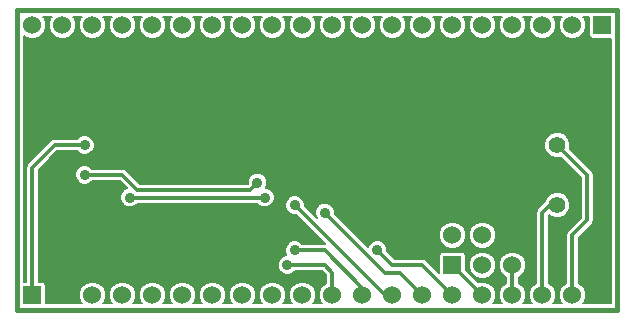
<source format=gbl>
G04 (created by PCBNEW (2013-03-31 BZR 4008)-stable) date 26.01.2014 00:59:22*
%MOIN*%
G04 Gerber Fmt 3.4, Leading zero omitted, Abs format*
%FSLAX34Y34*%
G01*
G70*
G90*
G04 APERTURE LIST*
%ADD10C,2.3622e-006*%
%ADD11C,0.015*%
%ADD12R,0.06X0.06*%
%ADD13C,0.06*%
%ADD14C,0.056*%
%ADD15C,0.035*%
%ADD16C,0.0118*%
%ADD17C,0.0063*%
G04 APERTURE END LIST*
G54D10*
G54D11*
X14000Y-19500D02*
X34000Y-19500D01*
X14000Y-29500D02*
X14000Y-19500D01*
X34000Y-29500D02*
X14000Y-29500D01*
X34000Y-19500D02*
X34000Y-29500D01*
G54D12*
X28500Y-28000D03*
G54D13*
X28500Y-27000D03*
X29500Y-28000D03*
X29500Y-27000D03*
X30500Y-28000D03*
X30500Y-27000D03*
G54D12*
X33500Y-20000D03*
G54D13*
X28500Y-20000D03*
X27500Y-20000D03*
X26500Y-20000D03*
X25500Y-20000D03*
X24500Y-20000D03*
X23500Y-20000D03*
X22500Y-20000D03*
X21500Y-20000D03*
X20500Y-20000D03*
X19500Y-20000D03*
X18500Y-20000D03*
X17500Y-20000D03*
X16500Y-20000D03*
X15500Y-20000D03*
X32500Y-20000D03*
X31500Y-20000D03*
X30500Y-20000D03*
X29500Y-20000D03*
X14500Y-20000D03*
G54D12*
X14500Y-29000D03*
G54D13*
X19500Y-29000D03*
X20500Y-29000D03*
X21500Y-29000D03*
X22500Y-29000D03*
X23500Y-29000D03*
X24500Y-29000D03*
X25500Y-29000D03*
X26500Y-29000D03*
X27500Y-29000D03*
X28500Y-29000D03*
X29500Y-29000D03*
X30500Y-29000D03*
X31500Y-29000D03*
X32500Y-29000D03*
X15500Y-29000D03*
X16500Y-29000D03*
X17500Y-29000D03*
X18500Y-29000D03*
X33500Y-29000D03*
G54D14*
X32000Y-24000D03*
X32000Y-26000D03*
G54D15*
X16250Y-24994D03*
X22000Y-25250D03*
X22250Y-25750D03*
X17750Y-25750D03*
X23000Y-28000D03*
X23250Y-27500D03*
X23250Y-26000D03*
X24250Y-26250D03*
X26000Y-27500D03*
X16250Y-25900D03*
X23650Y-25600D03*
X22350Y-22950D03*
X26900Y-21600D03*
X14850Y-22850D03*
X18250Y-25000D03*
X21500Y-24500D03*
X33500Y-23500D03*
X24500Y-24750D03*
X30500Y-24000D03*
X16250Y-24000D03*
G54D16*
X18250Y-25500D02*
X18000Y-25500D01*
X18250Y-25500D02*
X21750Y-25500D01*
X21750Y-25500D02*
X22000Y-25250D01*
X17494Y-24994D02*
X16250Y-24994D01*
X18000Y-25500D02*
X17494Y-24994D01*
X17750Y-25750D02*
X22250Y-25750D01*
X24500Y-28250D02*
X24250Y-28000D01*
X24250Y-28000D02*
X23000Y-28000D01*
X24500Y-29000D02*
X24500Y-28250D01*
X28500Y-28000D02*
X29500Y-29000D01*
X25500Y-28750D02*
X25500Y-29000D01*
X24250Y-27500D02*
X25500Y-28750D01*
X23250Y-27500D02*
X24250Y-27500D01*
X26500Y-29000D02*
X26250Y-29000D01*
X26250Y-29000D02*
X23250Y-26000D01*
X25500Y-27500D02*
X26250Y-28250D01*
X24250Y-26250D02*
X25500Y-27500D01*
X26250Y-28250D02*
X26750Y-28250D01*
X26750Y-28250D02*
X27500Y-29000D01*
X26500Y-28000D02*
X27500Y-28000D01*
X27500Y-28000D02*
X28500Y-29000D01*
X26000Y-27500D02*
X26500Y-28000D01*
X31500Y-26250D02*
X31500Y-29000D01*
X32000Y-26000D02*
X31750Y-26000D01*
X31750Y-26000D02*
X31500Y-26250D01*
X33000Y-25000D02*
X32000Y-24000D01*
X32500Y-27000D02*
X33000Y-26500D01*
X33000Y-26500D02*
X33000Y-25000D01*
X32500Y-29000D02*
X32500Y-27000D01*
X30500Y-28000D02*
X30500Y-29000D01*
X16250Y-25900D02*
X16300Y-25900D01*
X14500Y-26250D02*
X14500Y-24750D01*
X14500Y-24750D02*
X15250Y-24000D01*
X15250Y-24000D02*
X16250Y-24000D01*
X14500Y-29000D02*
X14500Y-26250D01*
G54D10*
G36*
X33775Y-29275D02*
X32860Y-29275D01*
X32880Y-29254D01*
X32949Y-29089D01*
X32949Y-28910D01*
X32881Y-28745D01*
X32754Y-28619D01*
X32708Y-28599D01*
X32708Y-27086D01*
X33147Y-26647D01*
X33192Y-26579D01*
X33208Y-26500D01*
X33208Y-25000D01*
X33192Y-24920D01*
X33192Y-24920D01*
X33174Y-24893D01*
X33147Y-24852D01*
X33147Y-24852D01*
X32415Y-24120D01*
X32429Y-24085D01*
X32429Y-23914D01*
X32364Y-23757D01*
X32243Y-23636D01*
X32085Y-23570D01*
X31914Y-23570D01*
X31757Y-23635D01*
X31636Y-23756D01*
X31570Y-23914D01*
X31570Y-24085D01*
X31635Y-24242D01*
X31756Y-24363D01*
X31914Y-24429D01*
X32085Y-24429D01*
X32120Y-24415D01*
X32791Y-25086D01*
X32791Y-26413D01*
X32352Y-26852D01*
X32307Y-26920D01*
X32291Y-27000D01*
X32291Y-28599D01*
X32245Y-28618D01*
X32119Y-28745D01*
X32050Y-28910D01*
X32050Y-29089D01*
X32118Y-29254D01*
X32139Y-29275D01*
X31860Y-29275D01*
X31880Y-29254D01*
X31949Y-29089D01*
X31949Y-28910D01*
X31881Y-28745D01*
X31754Y-28619D01*
X31708Y-28599D01*
X31708Y-26336D01*
X31718Y-26326D01*
X31756Y-26363D01*
X31914Y-26429D01*
X32085Y-26429D01*
X32242Y-26364D01*
X32363Y-26243D01*
X32429Y-26085D01*
X32429Y-25914D01*
X32364Y-25757D01*
X32243Y-25636D01*
X32085Y-25570D01*
X31914Y-25570D01*
X31757Y-25635D01*
X31636Y-25756D01*
X31591Y-25863D01*
X31352Y-26102D01*
X31307Y-26170D01*
X31291Y-26250D01*
X31291Y-28599D01*
X31245Y-28618D01*
X31119Y-28745D01*
X31050Y-28910D01*
X31050Y-29089D01*
X31118Y-29254D01*
X31139Y-29275D01*
X30860Y-29275D01*
X30880Y-29254D01*
X30949Y-29089D01*
X30949Y-28910D01*
X30881Y-28745D01*
X30754Y-28619D01*
X30708Y-28599D01*
X30708Y-28400D01*
X30754Y-28381D01*
X30880Y-28254D01*
X30949Y-28089D01*
X30949Y-27910D01*
X30881Y-27745D01*
X30754Y-27619D01*
X30589Y-27550D01*
X30410Y-27550D01*
X30245Y-27618D01*
X30119Y-27745D01*
X30050Y-27910D01*
X30050Y-28089D01*
X30118Y-28254D01*
X30245Y-28380D01*
X30291Y-28400D01*
X30291Y-28599D01*
X30245Y-28618D01*
X30119Y-28745D01*
X30050Y-28910D01*
X30050Y-29089D01*
X30118Y-29254D01*
X30139Y-29275D01*
X29860Y-29275D01*
X29880Y-29254D01*
X29949Y-29089D01*
X29949Y-28910D01*
X29949Y-27910D01*
X29949Y-26910D01*
X29881Y-26745D01*
X29754Y-26619D01*
X29589Y-26550D01*
X29410Y-26550D01*
X29245Y-26618D01*
X29119Y-26745D01*
X29050Y-26910D01*
X29050Y-27089D01*
X29118Y-27254D01*
X29245Y-27380D01*
X29410Y-27449D01*
X29589Y-27449D01*
X29754Y-27381D01*
X29880Y-27254D01*
X29949Y-27089D01*
X29949Y-26910D01*
X29949Y-27910D01*
X29881Y-27745D01*
X29754Y-27619D01*
X29589Y-27550D01*
X29410Y-27550D01*
X29245Y-27618D01*
X29119Y-27745D01*
X29050Y-27910D01*
X29050Y-28089D01*
X29118Y-28254D01*
X29245Y-28380D01*
X29410Y-28449D01*
X29589Y-28449D01*
X29754Y-28381D01*
X29880Y-28254D01*
X29949Y-28089D01*
X29949Y-27910D01*
X29949Y-28910D01*
X29881Y-28745D01*
X29754Y-28619D01*
X29589Y-28550D01*
X29410Y-28550D01*
X29364Y-28569D01*
X28949Y-28154D01*
X28949Y-26910D01*
X28881Y-26745D01*
X28754Y-26619D01*
X28589Y-26550D01*
X28410Y-26550D01*
X28245Y-26618D01*
X28119Y-26745D01*
X28050Y-26910D01*
X28050Y-27089D01*
X28118Y-27254D01*
X28245Y-27380D01*
X28410Y-27449D01*
X28589Y-27449D01*
X28754Y-27381D01*
X28880Y-27254D01*
X28949Y-27089D01*
X28949Y-26910D01*
X28949Y-28154D01*
X28949Y-28154D01*
X28949Y-27670D01*
X28926Y-27615D01*
X28884Y-27573D01*
X28829Y-27550D01*
X28770Y-27550D01*
X28170Y-27550D01*
X28115Y-27573D01*
X28073Y-27615D01*
X28050Y-27670D01*
X28050Y-27729D01*
X28050Y-28255D01*
X27647Y-27852D01*
X27579Y-27807D01*
X27500Y-27791D01*
X26586Y-27791D01*
X26324Y-27529D01*
X26324Y-27435D01*
X26275Y-27316D01*
X26184Y-27225D01*
X26064Y-27175D01*
X25935Y-27175D01*
X25816Y-27224D01*
X25725Y-27315D01*
X25691Y-27396D01*
X25647Y-27352D01*
X24574Y-26279D01*
X24574Y-26185D01*
X24525Y-26066D01*
X24434Y-25975D01*
X24314Y-25925D01*
X24185Y-25925D01*
X24066Y-25974D01*
X23975Y-26065D01*
X23925Y-26185D01*
X23925Y-26314D01*
X23972Y-26427D01*
X23574Y-26029D01*
X23574Y-25935D01*
X23525Y-25816D01*
X23434Y-25725D01*
X23314Y-25675D01*
X23185Y-25675D01*
X23066Y-25724D01*
X22975Y-25815D01*
X22925Y-25935D01*
X22925Y-26064D01*
X22974Y-26183D01*
X23065Y-26274D01*
X23185Y-26324D01*
X23279Y-26324D01*
X24246Y-27291D01*
X23500Y-27291D01*
X23434Y-27225D01*
X23314Y-27175D01*
X23185Y-27175D01*
X23066Y-27224D01*
X22975Y-27315D01*
X22925Y-27435D01*
X22925Y-27564D01*
X22971Y-27675D01*
X22935Y-27675D01*
X22816Y-27724D01*
X22725Y-27815D01*
X22675Y-27935D01*
X22675Y-28064D01*
X22724Y-28183D01*
X22815Y-28274D01*
X22935Y-28324D01*
X23064Y-28324D01*
X23183Y-28275D01*
X23250Y-28208D01*
X24163Y-28208D01*
X24291Y-28336D01*
X24291Y-28599D01*
X24245Y-28618D01*
X24119Y-28745D01*
X24050Y-28910D01*
X24050Y-29089D01*
X24118Y-29254D01*
X24139Y-29275D01*
X23860Y-29275D01*
X23880Y-29254D01*
X23949Y-29089D01*
X23949Y-28910D01*
X23881Y-28745D01*
X23754Y-28619D01*
X23589Y-28550D01*
X23410Y-28550D01*
X23245Y-28618D01*
X23119Y-28745D01*
X23050Y-28910D01*
X23050Y-29089D01*
X23118Y-29254D01*
X23139Y-29275D01*
X22860Y-29275D01*
X22880Y-29254D01*
X22949Y-29089D01*
X22949Y-28910D01*
X22881Y-28745D01*
X22754Y-28619D01*
X22589Y-28550D01*
X22574Y-28550D01*
X22574Y-25685D01*
X22525Y-25566D01*
X22434Y-25475D01*
X22314Y-25425D01*
X22278Y-25425D01*
X22324Y-25314D01*
X22324Y-25185D01*
X22275Y-25066D01*
X22184Y-24975D01*
X22064Y-24925D01*
X21935Y-24925D01*
X21816Y-24974D01*
X21725Y-25065D01*
X21675Y-25185D01*
X21675Y-25279D01*
X21663Y-25291D01*
X18250Y-25291D01*
X18086Y-25291D01*
X17641Y-24846D01*
X17573Y-24801D01*
X17494Y-24785D01*
X16500Y-24785D01*
X16434Y-24719D01*
X16314Y-24669D01*
X16185Y-24669D01*
X16066Y-24718D01*
X15975Y-24809D01*
X15925Y-24929D01*
X15925Y-25058D01*
X15974Y-25177D01*
X16065Y-25268D01*
X16185Y-25318D01*
X16314Y-25318D01*
X16433Y-25269D01*
X16500Y-25202D01*
X17407Y-25202D01*
X17646Y-25441D01*
X17566Y-25474D01*
X17475Y-25565D01*
X17425Y-25685D01*
X17425Y-25814D01*
X17474Y-25933D01*
X17565Y-26024D01*
X17685Y-26074D01*
X17814Y-26074D01*
X17933Y-26025D01*
X18000Y-25958D01*
X21999Y-25958D01*
X22065Y-26024D01*
X22185Y-26074D01*
X22314Y-26074D01*
X22433Y-26025D01*
X22524Y-25934D01*
X22574Y-25814D01*
X22574Y-25685D01*
X22574Y-28550D01*
X22410Y-28550D01*
X22245Y-28618D01*
X22119Y-28745D01*
X22050Y-28910D01*
X22050Y-29089D01*
X22118Y-29254D01*
X22139Y-29275D01*
X21860Y-29275D01*
X21880Y-29254D01*
X21949Y-29089D01*
X21949Y-28910D01*
X21881Y-28745D01*
X21754Y-28619D01*
X21589Y-28550D01*
X21410Y-28550D01*
X21245Y-28618D01*
X21119Y-28745D01*
X21050Y-28910D01*
X21050Y-29089D01*
X21118Y-29254D01*
X21139Y-29275D01*
X20860Y-29275D01*
X20880Y-29254D01*
X20949Y-29089D01*
X20949Y-28910D01*
X20881Y-28745D01*
X20754Y-28619D01*
X20589Y-28550D01*
X20410Y-28550D01*
X20245Y-28618D01*
X20119Y-28745D01*
X20050Y-28910D01*
X20050Y-29089D01*
X20118Y-29254D01*
X20139Y-29275D01*
X19860Y-29275D01*
X19880Y-29254D01*
X19949Y-29089D01*
X19949Y-28910D01*
X19881Y-28745D01*
X19754Y-28619D01*
X19589Y-28550D01*
X19410Y-28550D01*
X19245Y-28618D01*
X19119Y-28745D01*
X19050Y-28910D01*
X19050Y-29089D01*
X19118Y-29254D01*
X19139Y-29275D01*
X18860Y-29275D01*
X18880Y-29254D01*
X18949Y-29089D01*
X18949Y-28910D01*
X18881Y-28745D01*
X18754Y-28619D01*
X18589Y-28550D01*
X18410Y-28550D01*
X18245Y-28618D01*
X18119Y-28745D01*
X18050Y-28910D01*
X18050Y-29089D01*
X18118Y-29254D01*
X18139Y-29275D01*
X17860Y-29275D01*
X17880Y-29254D01*
X17949Y-29089D01*
X17949Y-28910D01*
X17881Y-28745D01*
X17754Y-28619D01*
X17589Y-28550D01*
X17410Y-28550D01*
X17245Y-28618D01*
X17119Y-28745D01*
X17050Y-28910D01*
X17050Y-29089D01*
X17118Y-29254D01*
X17139Y-29275D01*
X16860Y-29275D01*
X16880Y-29254D01*
X16949Y-29089D01*
X16949Y-28910D01*
X16881Y-28745D01*
X16754Y-28619D01*
X16589Y-28550D01*
X16410Y-28550D01*
X16245Y-28618D01*
X16119Y-28745D01*
X16050Y-28910D01*
X16050Y-29089D01*
X16118Y-29254D01*
X16139Y-29275D01*
X14949Y-29275D01*
X14949Y-29270D01*
X14949Y-28670D01*
X14926Y-28615D01*
X14884Y-28573D01*
X14829Y-28550D01*
X14770Y-28550D01*
X14708Y-28550D01*
X14708Y-26250D01*
X14708Y-24836D01*
X15336Y-24208D01*
X15999Y-24208D01*
X16065Y-24274D01*
X16185Y-24324D01*
X16314Y-24324D01*
X16433Y-24275D01*
X16524Y-24184D01*
X16574Y-24064D01*
X16574Y-23935D01*
X16525Y-23816D01*
X16434Y-23725D01*
X16314Y-23675D01*
X16185Y-23675D01*
X16066Y-23724D01*
X15999Y-23791D01*
X15250Y-23791D01*
X15249Y-23791D01*
X15234Y-23794D01*
X15170Y-23807D01*
X15102Y-23852D01*
X15102Y-23852D01*
X14352Y-24602D01*
X14307Y-24670D01*
X14291Y-24750D01*
X14291Y-26250D01*
X14291Y-28550D01*
X14224Y-28550D01*
X14224Y-20360D01*
X14245Y-20380D01*
X14410Y-20449D01*
X14589Y-20449D01*
X14754Y-20381D01*
X14880Y-20254D01*
X14949Y-20089D01*
X14949Y-19910D01*
X14881Y-19745D01*
X14860Y-19724D01*
X15139Y-19724D01*
X15119Y-19745D01*
X15050Y-19910D01*
X15050Y-20089D01*
X15118Y-20254D01*
X15245Y-20380D01*
X15410Y-20449D01*
X15589Y-20449D01*
X15754Y-20381D01*
X15880Y-20254D01*
X15949Y-20089D01*
X15949Y-19910D01*
X15881Y-19745D01*
X15860Y-19724D01*
X16139Y-19724D01*
X16119Y-19745D01*
X16050Y-19910D01*
X16050Y-20089D01*
X16118Y-20254D01*
X16245Y-20380D01*
X16410Y-20449D01*
X16589Y-20449D01*
X16754Y-20381D01*
X16880Y-20254D01*
X16949Y-20089D01*
X16949Y-19910D01*
X16881Y-19745D01*
X16860Y-19724D01*
X17139Y-19724D01*
X17119Y-19745D01*
X17050Y-19910D01*
X17050Y-20089D01*
X17118Y-20254D01*
X17245Y-20380D01*
X17410Y-20449D01*
X17589Y-20449D01*
X17754Y-20381D01*
X17880Y-20254D01*
X17949Y-20089D01*
X17949Y-19910D01*
X17881Y-19745D01*
X17860Y-19724D01*
X18139Y-19724D01*
X18119Y-19745D01*
X18050Y-19910D01*
X18050Y-20089D01*
X18118Y-20254D01*
X18245Y-20380D01*
X18410Y-20449D01*
X18589Y-20449D01*
X18754Y-20381D01*
X18880Y-20254D01*
X18949Y-20089D01*
X18949Y-19910D01*
X18881Y-19745D01*
X18860Y-19724D01*
X19139Y-19724D01*
X19119Y-19745D01*
X19050Y-19910D01*
X19050Y-20089D01*
X19118Y-20254D01*
X19245Y-20380D01*
X19410Y-20449D01*
X19589Y-20449D01*
X19754Y-20381D01*
X19880Y-20254D01*
X19949Y-20089D01*
X19949Y-19910D01*
X19881Y-19745D01*
X19860Y-19724D01*
X20139Y-19724D01*
X20119Y-19745D01*
X20050Y-19910D01*
X20050Y-20089D01*
X20118Y-20254D01*
X20245Y-20380D01*
X20410Y-20449D01*
X20589Y-20449D01*
X20754Y-20381D01*
X20880Y-20254D01*
X20949Y-20089D01*
X20949Y-19910D01*
X20881Y-19745D01*
X20860Y-19724D01*
X21139Y-19724D01*
X21119Y-19745D01*
X21050Y-19910D01*
X21050Y-20089D01*
X21118Y-20254D01*
X21245Y-20380D01*
X21410Y-20449D01*
X21589Y-20449D01*
X21754Y-20381D01*
X21880Y-20254D01*
X21949Y-20089D01*
X21949Y-19910D01*
X21881Y-19745D01*
X21860Y-19724D01*
X22139Y-19724D01*
X22119Y-19745D01*
X22050Y-19910D01*
X22050Y-20089D01*
X22118Y-20254D01*
X22245Y-20380D01*
X22410Y-20449D01*
X22589Y-20449D01*
X22754Y-20381D01*
X22880Y-20254D01*
X22949Y-20089D01*
X22949Y-19910D01*
X22881Y-19745D01*
X22860Y-19724D01*
X23139Y-19724D01*
X23119Y-19745D01*
X23050Y-19910D01*
X23050Y-20089D01*
X23118Y-20254D01*
X23245Y-20380D01*
X23410Y-20449D01*
X23589Y-20449D01*
X23754Y-20381D01*
X23880Y-20254D01*
X23949Y-20089D01*
X23949Y-19910D01*
X23881Y-19745D01*
X23860Y-19724D01*
X24139Y-19724D01*
X24119Y-19745D01*
X24050Y-19910D01*
X24050Y-20089D01*
X24118Y-20254D01*
X24245Y-20380D01*
X24410Y-20449D01*
X24589Y-20449D01*
X24754Y-20381D01*
X24880Y-20254D01*
X24949Y-20089D01*
X24949Y-19910D01*
X24881Y-19745D01*
X24860Y-19724D01*
X25139Y-19724D01*
X25119Y-19745D01*
X25050Y-19910D01*
X25050Y-20089D01*
X25118Y-20254D01*
X25245Y-20380D01*
X25410Y-20449D01*
X25589Y-20449D01*
X25754Y-20381D01*
X25880Y-20254D01*
X25949Y-20089D01*
X25949Y-19910D01*
X25881Y-19745D01*
X25860Y-19724D01*
X26139Y-19724D01*
X26119Y-19745D01*
X26050Y-19910D01*
X26050Y-20089D01*
X26118Y-20254D01*
X26245Y-20380D01*
X26410Y-20449D01*
X26589Y-20449D01*
X26754Y-20381D01*
X26880Y-20254D01*
X26949Y-20089D01*
X26949Y-19910D01*
X26881Y-19745D01*
X26860Y-19724D01*
X27139Y-19724D01*
X27119Y-19745D01*
X27050Y-19910D01*
X27050Y-20089D01*
X27118Y-20254D01*
X27245Y-20380D01*
X27410Y-20449D01*
X27589Y-20449D01*
X27754Y-20381D01*
X27880Y-20254D01*
X27949Y-20089D01*
X27949Y-19910D01*
X27881Y-19745D01*
X27860Y-19724D01*
X28139Y-19724D01*
X28119Y-19745D01*
X28050Y-19910D01*
X28050Y-20089D01*
X28118Y-20254D01*
X28245Y-20380D01*
X28410Y-20449D01*
X28589Y-20449D01*
X28754Y-20381D01*
X28880Y-20254D01*
X28949Y-20089D01*
X28949Y-19910D01*
X28881Y-19745D01*
X28860Y-19724D01*
X29139Y-19724D01*
X29119Y-19745D01*
X29050Y-19910D01*
X29050Y-20089D01*
X29118Y-20254D01*
X29245Y-20380D01*
X29410Y-20449D01*
X29589Y-20449D01*
X29754Y-20381D01*
X29880Y-20254D01*
X29949Y-20089D01*
X29949Y-19910D01*
X29881Y-19745D01*
X29860Y-19724D01*
X30139Y-19724D01*
X30119Y-19745D01*
X30050Y-19910D01*
X30050Y-20089D01*
X30118Y-20254D01*
X30245Y-20380D01*
X30410Y-20449D01*
X30589Y-20449D01*
X30754Y-20381D01*
X30880Y-20254D01*
X30949Y-20089D01*
X30949Y-19910D01*
X30881Y-19745D01*
X30860Y-19724D01*
X31139Y-19724D01*
X31119Y-19745D01*
X31050Y-19910D01*
X31050Y-20089D01*
X31118Y-20254D01*
X31245Y-20380D01*
X31410Y-20449D01*
X31589Y-20449D01*
X31754Y-20381D01*
X31880Y-20254D01*
X31949Y-20089D01*
X31949Y-19910D01*
X31881Y-19745D01*
X31860Y-19724D01*
X32139Y-19724D01*
X32119Y-19745D01*
X32050Y-19910D01*
X32050Y-20089D01*
X32118Y-20254D01*
X32245Y-20380D01*
X32410Y-20449D01*
X32589Y-20449D01*
X32754Y-20381D01*
X32880Y-20254D01*
X32949Y-20089D01*
X32949Y-19910D01*
X32881Y-19745D01*
X32860Y-19724D01*
X33050Y-19724D01*
X33050Y-19729D01*
X33050Y-20329D01*
X33073Y-20384D01*
X33115Y-20426D01*
X33170Y-20449D01*
X33229Y-20449D01*
X33775Y-20449D01*
X33775Y-29275D01*
X33775Y-29275D01*
G37*
G54D17*
X33775Y-29275D02*
X32860Y-29275D01*
X32880Y-29254D01*
X32949Y-29089D01*
X32949Y-28910D01*
X32881Y-28745D01*
X32754Y-28619D01*
X32708Y-28599D01*
X32708Y-27086D01*
X33147Y-26647D01*
X33192Y-26579D01*
X33208Y-26500D01*
X33208Y-25000D01*
X33192Y-24920D01*
X33192Y-24920D01*
X33174Y-24893D01*
X33147Y-24852D01*
X33147Y-24852D01*
X32415Y-24120D01*
X32429Y-24085D01*
X32429Y-23914D01*
X32364Y-23757D01*
X32243Y-23636D01*
X32085Y-23570D01*
X31914Y-23570D01*
X31757Y-23635D01*
X31636Y-23756D01*
X31570Y-23914D01*
X31570Y-24085D01*
X31635Y-24242D01*
X31756Y-24363D01*
X31914Y-24429D01*
X32085Y-24429D01*
X32120Y-24415D01*
X32791Y-25086D01*
X32791Y-26413D01*
X32352Y-26852D01*
X32307Y-26920D01*
X32291Y-27000D01*
X32291Y-28599D01*
X32245Y-28618D01*
X32119Y-28745D01*
X32050Y-28910D01*
X32050Y-29089D01*
X32118Y-29254D01*
X32139Y-29275D01*
X31860Y-29275D01*
X31880Y-29254D01*
X31949Y-29089D01*
X31949Y-28910D01*
X31881Y-28745D01*
X31754Y-28619D01*
X31708Y-28599D01*
X31708Y-26336D01*
X31718Y-26326D01*
X31756Y-26363D01*
X31914Y-26429D01*
X32085Y-26429D01*
X32242Y-26364D01*
X32363Y-26243D01*
X32429Y-26085D01*
X32429Y-25914D01*
X32364Y-25757D01*
X32243Y-25636D01*
X32085Y-25570D01*
X31914Y-25570D01*
X31757Y-25635D01*
X31636Y-25756D01*
X31591Y-25863D01*
X31352Y-26102D01*
X31307Y-26170D01*
X31291Y-26250D01*
X31291Y-28599D01*
X31245Y-28618D01*
X31119Y-28745D01*
X31050Y-28910D01*
X31050Y-29089D01*
X31118Y-29254D01*
X31139Y-29275D01*
X30860Y-29275D01*
X30880Y-29254D01*
X30949Y-29089D01*
X30949Y-28910D01*
X30881Y-28745D01*
X30754Y-28619D01*
X30708Y-28599D01*
X30708Y-28400D01*
X30754Y-28381D01*
X30880Y-28254D01*
X30949Y-28089D01*
X30949Y-27910D01*
X30881Y-27745D01*
X30754Y-27619D01*
X30589Y-27550D01*
X30410Y-27550D01*
X30245Y-27618D01*
X30119Y-27745D01*
X30050Y-27910D01*
X30050Y-28089D01*
X30118Y-28254D01*
X30245Y-28380D01*
X30291Y-28400D01*
X30291Y-28599D01*
X30245Y-28618D01*
X30119Y-28745D01*
X30050Y-28910D01*
X30050Y-29089D01*
X30118Y-29254D01*
X30139Y-29275D01*
X29860Y-29275D01*
X29880Y-29254D01*
X29949Y-29089D01*
X29949Y-28910D01*
X29949Y-27910D01*
X29949Y-26910D01*
X29881Y-26745D01*
X29754Y-26619D01*
X29589Y-26550D01*
X29410Y-26550D01*
X29245Y-26618D01*
X29119Y-26745D01*
X29050Y-26910D01*
X29050Y-27089D01*
X29118Y-27254D01*
X29245Y-27380D01*
X29410Y-27449D01*
X29589Y-27449D01*
X29754Y-27381D01*
X29880Y-27254D01*
X29949Y-27089D01*
X29949Y-26910D01*
X29949Y-27910D01*
X29881Y-27745D01*
X29754Y-27619D01*
X29589Y-27550D01*
X29410Y-27550D01*
X29245Y-27618D01*
X29119Y-27745D01*
X29050Y-27910D01*
X29050Y-28089D01*
X29118Y-28254D01*
X29245Y-28380D01*
X29410Y-28449D01*
X29589Y-28449D01*
X29754Y-28381D01*
X29880Y-28254D01*
X29949Y-28089D01*
X29949Y-27910D01*
X29949Y-28910D01*
X29881Y-28745D01*
X29754Y-28619D01*
X29589Y-28550D01*
X29410Y-28550D01*
X29364Y-28569D01*
X28949Y-28154D01*
X28949Y-26910D01*
X28881Y-26745D01*
X28754Y-26619D01*
X28589Y-26550D01*
X28410Y-26550D01*
X28245Y-26618D01*
X28119Y-26745D01*
X28050Y-26910D01*
X28050Y-27089D01*
X28118Y-27254D01*
X28245Y-27380D01*
X28410Y-27449D01*
X28589Y-27449D01*
X28754Y-27381D01*
X28880Y-27254D01*
X28949Y-27089D01*
X28949Y-26910D01*
X28949Y-28154D01*
X28949Y-28154D01*
X28949Y-27670D01*
X28926Y-27615D01*
X28884Y-27573D01*
X28829Y-27550D01*
X28770Y-27550D01*
X28170Y-27550D01*
X28115Y-27573D01*
X28073Y-27615D01*
X28050Y-27670D01*
X28050Y-27729D01*
X28050Y-28255D01*
X27647Y-27852D01*
X27579Y-27807D01*
X27500Y-27791D01*
X26586Y-27791D01*
X26324Y-27529D01*
X26324Y-27435D01*
X26275Y-27316D01*
X26184Y-27225D01*
X26064Y-27175D01*
X25935Y-27175D01*
X25816Y-27224D01*
X25725Y-27315D01*
X25691Y-27396D01*
X25647Y-27352D01*
X24574Y-26279D01*
X24574Y-26185D01*
X24525Y-26066D01*
X24434Y-25975D01*
X24314Y-25925D01*
X24185Y-25925D01*
X24066Y-25974D01*
X23975Y-26065D01*
X23925Y-26185D01*
X23925Y-26314D01*
X23972Y-26427D01*
X23574Y-26029D01*
X23574Y-25935D01*
X23525Y-25816D01*
X23434Y-25725D01*
X23314Y-25675D01*
X23185Y-25675D01*
X23066Y-25724D01*
X22975Y-25815D01*
X22925Y-25935D01*
X22925Y-26064D01*
X22974Y-26183D01*
X23065Y-26274D01*
X23185Y-26324D01*
X23279Y-26324D01*
X24246Y-27291D01*
X23500Y-27291D01*
X23434Y-27225D01*
X23314Y-27175D01*
X23185Y-27175D01*
X23066Y-27224D01*
X22975Y-27315D01*
X22925Y-27435D01*
X22925Y-27564D01*
X22971Y-27675D01*
X22935Y-27675D01*
X22816Y-27724D01*
X22725Y-27815D01*
X22675Y-27935D01*
X22675Y-28064D01*
X22724Y-28183D01*
X22815Y-28274D01*
X22935Y-28324D01*
X23064Y-28324D01*
X23183Y-28275D01*
X23250Y-28208D01*
X24163Y-28208D01*
X24291Y-28336D01*
X24291Y-28599D01*
X24245Y-28618D01*
X24119Y-28745D01*
X24050Y-28910D01*
X24050Y-29089D01*
X24118Y-29254D01*
X24139Y-29275D01*
X23860Y-29275D01*
X23880Y-29254D01*
X23949Y-29089D01*
X23949Y-28910D01*
X23881Y-28745D01*
X23754Y-28619D01*
X23589Y-28550D01*
X23410Y-28550D01*
X23245Y-28618D01*
X23119Y-28745D01*
X23050Y-28910D01*
X23050Y-29089D01*
X23118Y-29254D01*
X23139Y-29275D01*
X22860Y-29275D01*
X22880Y-29254D01*
X22949Y-29089D01*
X22949Y-28910D01*
X22881Y-28745D01*
X22754Y-28619D01*
X22589Y-28550D01*
X22574Y-28550D01*
X22574Y-25685D01*
X22525Y-25566D01*
X22434Y-25475D01*
X22314Y-25425D01*
X22278Y-25425D01*
X22324Y-25314D01*
X22324Y-25185D01*
X22275Y-25066D01*
X22184Y-24975D01*
X22064Y-24925D01*
X21935Y-24925D01*
X21816Y-24974D01*
X21725Y-25065D01*
X21675Y-25185D01*
X21675Y-25279D01*
X21663Y-25291D01*
X18250Y-25291D01*
X18086Y-25291D01*
X17641Y-24846D01*
X17573Y-24801D01*
X17494Y-24785D01*
X16500Y-24785D01*
X16434Y-24719D01*
X16314Y-24669D01*
X16185Y-24669D01*
X16066Y-24718D01*
X15975Y-24809D01*
X15925Y-24929D01*
X15925Y-25058D01*
X15974Y-25177D01*
X16065Y-25268D01*
X16185Y-25318D01*
X16314Y-25318D01*
X16433Y-25269D01*
X16500Y-25202D01*
X17407Y-25202D01*
X17646Y-25441D01*
X17566Y-25474D01*
X17475Y-25565D01*
X17425Y-25685D01*
X17425Y-25814D01*
X17474Y-25933D01*
X17565Y-26024D01*
X17685Y-26074D01*
X17814Y-26074D01*
X17933Y-26025D01*
X18000Y-25958D01*
X21999Y-25958D01*
X22065Y-26024D01*
X22185Y-26074D01*
X22314Y-26074D01*
X22433Y-26025D01*
X22524Y-25934D01*
X22574Y-25814D01*
X22574Y-25685D01*
X22574Y-28550D01*
X22410Y-28550D01*
X22245Y-28618D01*
X22119Y-28745D01*
X22050Y-28910D01*
X22050Y-29089D01*
X22118Y-29254D01*
X22139Y-29275D01*
X21860Y-29275D01*
X21880Y-29254D01*
X21949Y-29089D01*
X21949Y-28910D01*
X21881Y-28745D01*
X21754Y-28619D01*
X21589Y-28550D01*
X21410Y-28550D01*
X21245Y-28618D01*
X21119Y-28745D01*
X21050Y-28910D01*
X21050Y-29089D01*
X21118Y-29254D01*
X21139Y-29275D01*
X20860Y-29275D01*
X20880Y-29254D01*
X20949Y-29089D01*
X20949Y-28910D01*
X20881Y-28745D01*
X20754Y-28619D01*
X20589Y-28550D01*
X20410Y-28550D01*
X20245Y-28618D01*
X20119Y-28745D01*
X20050Y-28910D01*
X20050Y-29089D01*
X20118Y-29254D01*
X20139Y-29275D01*
X19860Y-29275D01*
X19880Y-29254D01*
X19949Y-29089D01*
X19949Y-28910D01*
X19881Y-28745D01*
X19754Y-28619D01*
X19589Y-28550D01*
X19410Y-28550D01*
X19245Y-28618D01*
X19119Y-28745D01*
X19050Y-28910D01*
X19050Y-29089D01*
X19118Y-29254D01*
X19139Y-29275D01*
X18860Y-29275D01*
X18880Y-29254D01*
X18949Y-29089D01*
X18949Y-28910D01*
X18881Y-28745D01*
X18754Y-28619D01*
X18589Y-28550D01*
X18410Y-28550D01*
X18245Y-28618D01*
X18119Y-28745D01*
X18050Y-28910D01*
X18050Y-29089D01*
X18118Y-29254D01*
X18139Y-29275D01*
X17860Y-29275D01*
X17880Y-29254D01*
X17949Y-29089D01*
X17949Y-28910D01*
X17881Y-28745D01*
X17754Y-28619D01*
X17589Y-28550D01*
X17410Y-28550D01*
X17245Y-28618D01*
X17119Y-28745D01*
X17050Y-28910D01*
X17050Y-29089D01*
X17118Y-29254D01*
X17139Y-29275D01*
X16860Y-29275D01*
X16880Y-29254D01*
X16949Y-29089D01*
X16949Y-28910D01*
X16881Y-28745D01*
X16754Y-28619D01*
X16589Y-28550D01*
X16410Y-28550D01*
X16245Y-28618D01*
X16119Y-28745D01*
X16050Y-28910D01*
X16050Y-29089D01*
X16118Y-29254D01*
X16139Y-29275D01*
X14949Y-29275D01*
X14949Y-29270D01*
X14949Y-28670D01*
X14926Y-28615D01*
X14884Y-28573D01*
X14829Y-28550D01*
X14770Y-28550D01*
X14708Y-28550D01*
X14708Y-26250D01*
X14708Y-24836D01*
X15336Y-24208D01*
X15999Y-24208D01*
X16065Y-24274D01*
X16185Y-24324D01*
X16314Y-24324D01*
X16433Y-24275D01*
X16524Y-24184D01*
X16574Y-24064D01*
X16574Y-23935D01*
X16525Y-23816D01*
X16434Y-23725D01*
X16314Y-23675D01*
X16185Y-23675D01*
X16066Y-23724D01*
X15999Y-23791D01*
X15250Y-23791D01*
X15249Y-23791D01*
X15234Y-23794D01*
X15170Y-23807D01*
X15102Y-23852D01*
X15102Y-23852D01*
X14352Y-24602D01*
X14307Y-24670D01*
X14291Y-24750D01*
X14291Y-26250D01*
X14291Y-28550D01*
X14224Y-28550D01*
X14224Y-20360D01*
X14245Y-20380D01*
X14410Y-20449D01*
X14589Y-20449D01*
X14754Y-20381D01*
X14880Y-20254D01*
X14949Y-20089D01*
X14949Y-19910D01*
X14881Y-19745D01*
X14860Y-19724D01*
X15139Y-19724D01*
X15119Y-19745D01*
X15050Y-19910D01*
X15050Y-20089D01*
X15118Y-20254D01*
X15245Y-20380D01*
X15410Y-20449D01*
X15589Y-20449D01*
X15754Y-20381D01*
X15880Y-20254D01*
X15949Y-20089D01*
X15949Y-19910D01*
X15881Y-19745D01*
X15860Y-19724D01*
X16139Y-19724D01*
X16119Y-19745D01*
X16050Y-19910D01*
X16050Y-20089D01*
X16118Y-20254D01*
X16245Y-20380D01*
X16410Y-20449D01*
X16589Y-20449D01*
X16754Y-20381D01*
X16880Y-20254D01*
X16949Y-20089D01*
X16949Y-19910D01*
X16881Y-19745D01*
X16860Y-19724D01*
X17139Y-19724D01*
X17119Y-19745D01*
X17050Y-19910D01*
X17050Y-20089D01*
X17118Y-20254D01*
X17245Y-20380D01*
X17410Y-20449D01*
X17589Y-20449D01*
X17754Y-20381D01*
X17880Y-20254D01*
X17949Y-20089D01*
X17949Y-19910D01*
X17881Y-19745D01*
X17860Y-19724D01*
X18139Y-19724D01*
X18119Y-19745D01*
X18050Y-19910D01*
X18050Y-20089D01*
X18118Y-20254D01*
X18245Y-20380D01*
X18410Y-20449D01*
X18589Y-20449D01*
X18754Y-20381D01*
X18880Y-20254D01*
X18949Y-20089D01*
X18949Y-19910D01*
X18881Y-19745D01*
X18860Y-19724D01*
X19139Y-19724D01*
X19119Y-19745D01*
X19050Y-19910D01*
X19050Y-20089D01*
X19118Y-20254D01*
X19245Y-20380D01*
X19410Y-20449D01*
X19589Y-20449D01*
X19754Y-20381D01*
X19880Y-20254D01*
X19949Y-20089D01*
X19949Y-19910D01*
X19881Y-19745D01*
X19860Y-19724D01*
X20139Y-19724D01*
X20119Y-19745D01*
X20050Y-19910D01*
X20050Y-20089D01*
X20118Y-20254D01*
X20245Y-20380D01*
X20410Y-20449D01*
X20589Y-20449D01*
X20754Y-20381D01*
X20880Y-20254D01*
X20949Y-20089D01*
X20949Y-19910D01*
X20881Y-19745D01*
X20860Y-19724D01*
X21139Y-19724D01*
X21119Y-19745D01*
X21050Y-19910D01*
X21050Y-20089D01*
X21118Y-20254D01*
X21245Y-20380D01*
X21410Y-20449D01*
X21589Y-20449D01*
X21754Y-20381D01*
X21880Y-20254D01*
X21949Y-20089D01*
X21949Y-19910D01*
X21881Y-19745D01*
X21860Y-19724D01*
X22139Y-19724D01*
X22119Y-19745D01*
X22050Y-19910D01*
X22050Y-20089D01*
X22118Y-20254D01*
X22245Y-20380D01*
X22410Y-20449D01*
X22589Y-20449D01*
X22754Y-20381D01*
X22880Y-20254D01*
X22949Y-20089D01*
X22949Y-19910D01*
X22881Y-19745D01*
X22860Y-19724D01*
X23139Y-19724D01*
X23119Y-19745D01*
X23050Y-19910D01*
X23050Y-20089D01*
X23118Y-20254D01*
X23245Y-20380D01*
X23410Y-20449D01*
X23589Y-20449D01*
X23754Y-20381D01*
X23880Y-20254D01*
X23949Y-20089D01*
X23949Y-19910D01*
X23881Y-19745D01*
X23860Y-19724D01*
X24139Y-19724D01*
X24119Y-19745D01*
X24050Y-19910D01*
X24050Y-20089D01*
X24118Y-20254D01*
X24245Y-20380D01*
X24410Y-20449D01*
X24589Y-20449D01*
X24754Y-20381D01*
X24880Y-20254D01*
X24949Y-20089D01*
X24949Y-19910D01*
X24881Y-19745D01*
X24860Y-19724D01*
X25139Y-19724D01*
X25119Y-19745D01*
X25050Y-19910D01*
X25050Y-20089D01*
X25118Y-20254D01*
X25245Y-20380D01*
X25410Y-20449D01*
X25589Y-20449D01*
X25754Y-20381D01*
X25880Y-20254D01*
X25949Y-20089D01*
X25949Y-19910D01*
X25881Y-19745D01*
X25860Y-19724D01*
X26139Y-19724D01*
X26119Y-19745D01*
X26050Y-19910D01*
X26050Y-20089D01*
X26118Y-20254D01*
X26245Y-20380D01*
X26410Y-20449D01*
X26589Y-20449D01*
X26754Y-20381D01*
X26880Y-20254D01*
X26949Y-20089D01*
X26949Y-19910D01*
X26881Y-19745D01*
X26860Y-19724D01*
X27139Y-19724D01*
X27119Y-19745D01*
X27050Y-19910D01*
X27050Y-20089D01*
X27118Y-20254D01*
X27245Y-20380D01*
X27410Y-20449D01*
X27589Y-20449D01*
X27754Y-20381D01*
X27880Y-20254D01*
X27949Y-20089D01*
X27949Y-19910D01*
X27881Y-19745D01*
X27860Y-19724D01*
X28139Y-19724D01*
X28119Y-19745D01*
X28050Y-19910D01*
X28050Y-20089D01*
X28118Y-20254D01*
X28245Y-20380D01*
X28410Y-20449D01*
X28589Y-20449D01*
X28754Y-20381D01*
X28880Y-20254D01*
X28949Y-20089D01*
X28949Y-19910D01*
X28881Y-19745D01*
X28860Y-19724D01*
X29139Y-19724D01*
X29119Y-19745D01*
X29050Y-19910D01*
X29050Y-20089D01*
X29118Y-20254D01*
X29245Y-20380D01*
X29410Y-20449D01*
X29589Y-20449D01*
X29754Y-20381D01*
X29880Y-20254D01*
X29949Y-20089D01*
X29949Y-19910D01*
X29881Y-19745D01*
X29860Y-19724D01*
X30139Y-19724D01*
X30119Y-19745D01*
X30050Y-19910D01*
X30050Y-20089D01*
X30118Y-20254D01*
X30245Y-20380D01*
X30410Y-20449D01*
X30589Y-20449D01*
X30754Y-20381D01*
X30880Y-20254D01*
X30949Y-20089D01*
X30949Y-19910D01*
X30881Y-19745D01*
X30860Y-19724D01*
X31139Y-19724D01*
X31119Y-19745D01*
X31050Y-19910D01*
X31050Y-20089D01*
X31118Y-20254D01*
X31245Y-20380D01*
X31410Y-20449D01*
X31589Y-20449D01*
X31754Y-20381D01*
X31880Y-20254D01*
X31949Y-20089D01*
X31949Y-19910D01*
X31881Y-19745D01*
X31860Y-19724D01*
X32139Y-19724D01*
X32119Y-19745D01*
X32050Y-19910D01*
X32050Y-20089D01*
X32118Y-20254D01*
X32245Y-20380D01*
X32410Y-20449D01*
X32589Y-20449D01*
X32754Y-20381D01*
X32880Y-20254D01*
X32949Y-20089D01*
X32949Y-19910D01*
X32881Y-19745D01*
X32860Y-19724D01*
X33050Y-19724D01*
X33050Y-19729D01*
X33050Y-20329D01*
X33073Y-20384D01*
X33115Y-20426D01*
X33170Y-20449D01*
X33229Y-20449D01*
X33775Y-20449D01*
X33775Y-29275D01*
M02*

</source>
